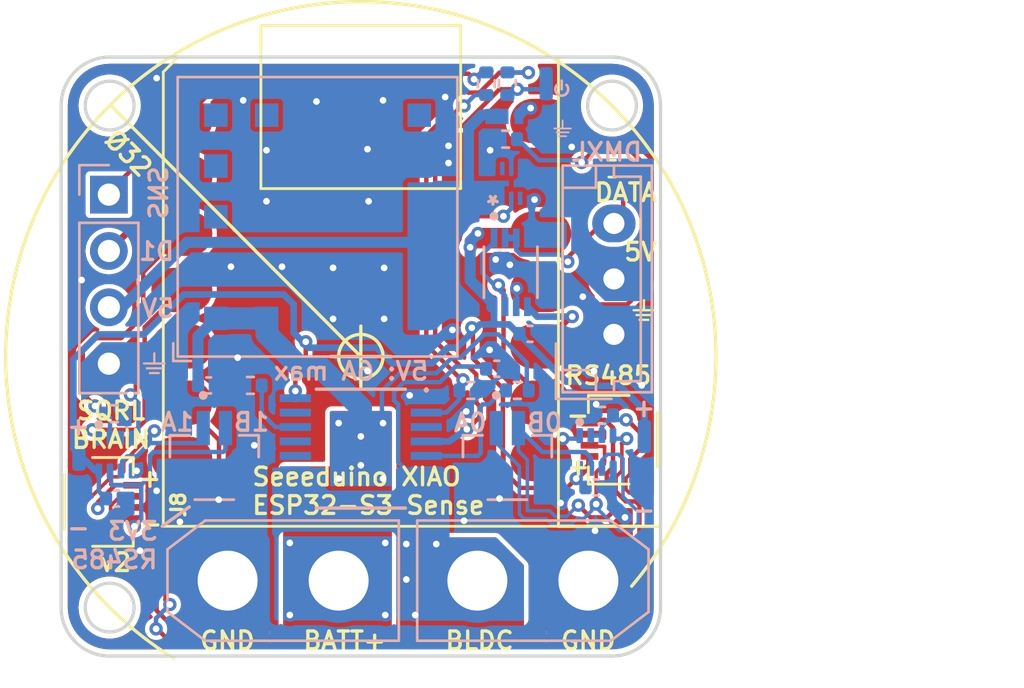
<source format=kicad_pcb>
(kicad_pcb (version 20221018) (generator pcbnew)
  (title_block (title "Squirrel Brain") (date "2024-01-02") (rev "1") (company "Christopher Xu"))
  (layers (0 "F.Cu" signal) (31 "B.Cu" signal) (34 "B.Paste" user) (35 "F.Paste" user) (36 "B.SilkS" user "B.Silkscreen") (37 "F.SilkS" user "F.Silkscreen") (38 "B.Mask" user) (39 "F.Mask" user) (44 "Edge.Cuts" user))
  (net 0 "")
  (net 1 "/UART1_DE")
  (net 2 "/UART1_TX")
  (net 3 "/UART1_RX")
  (net 4 "/UART0_DE")
  (net 5 "/UART0_TX")
  (net 6 "/UART0_RX")
  (net 7 "/UART2_DE")
  (net 8 "+3V3")
  (net 9 "GND")
  (net 10 "+5V")
  (net 11 "Net-(U2-SEL1)")
  (net 12 "Net-(U2-ILIM)")
  (net 14 "+BATT")
  (net 15 "/RS485_0A")
  (net 16 "/RS485_0B")
  (net 17 "/RS485_1A")
  (net 18 "/RS485_1B")
  (net 19 "/5V_ESP")
  (net 21 "/DMXL_DATA")
  (net 22 "/UART2_TX")
  (net 23 "/UART2_RX")
  (net 31 "/SNS")
  (net 32 "/MOTOR_ON")
  (net 33 "+5VP")
  (net 36 "/GPIO1")
  (net 37 "/SNS_IO")
  (net 38 "/MOTOR_ON_IO")
  (net 39 "/BLDC_PWR")
  (footprint "Resistor_SMD:R_0402_1005Metric" (layer "F.Cu") (at 61.32 41.530001 180)
    (fp_text reference "R4" hide)
    (fp_text value "10k")
  )
  (footprint "LOGO" (layer "F.Cu") (at 62.75 47.900001)
    (fp_text reference "G***" hide)
    (fp_text value "LOGO" hide)
  )
  (footprint "squirrelbrain:XIAO-ESP32S3-2.54-21X17.8MM" (layer "F.Cu") (at 50 36.5)
    (fp_text reference "U4" hide)
    (fp_text value "SEEEDUINO-XIAO-ESP32S3" hide)
  )
  (footprint "squirrelbrain:TE_2328702-4" (layer "F.Cu") (at 38.2 56.550001 -90)
    (fp_text reference "J8")
    (fp_text value "Conn_01x04")
  )
  (footprint "squirrelbrain:TE_2328702-4" (layer "F.Cu") (at 61.8 53.750001 90)
    (fp_text reference "J7" hide)
    (fp_text value "Conn_01x04")
  )
  (footprint "Resistor_SMD:R_0402_1005Metric" (layer "B.Cu") (at 55.65 37.700001 90)
    (fp_text reference "R8" hide)
    (fp_text value "10k")
  )
  (footprint "Resistor_SMD:R_0402_1005Metric" (layer "B.Cu") (at 56.6 37.700001 90)
    (fp_text reference "R9" hide)
    (fp_text value "1k")
  )
  (footprint "LOGO" (layer "B.Cu") (at 59.09 39.710001 180)
    (fp_text reference "G***" hide)
    (fp_text value "LOGO" hide)
  )
  (footprint "LOGO" (layer "B.Cu") (at 59.05 37.900001 180)
    (fp_text reference "G***" hide)
    (fp_text value "LOGO" hide)
  )
  (footprint "Capacitor_SMD:C_0402_1005Metric" (layer "B.Cu") (at 39 56.4)
    (fp_text reference "C5" hide)
    (fp_text value "100nF")
  )
  (footprint "Capacitor_SMD:C_0402_1005Metric" (layer "B.Cu") (at 56.125 50.55)
    (fp_text reference "C2" hide)
    (fp_text value "100nF")
  )
  (footprint "Connector_PinSocket_2.54mm:PinSocket_1x04_P2.54mm_Vertical" (layer "B.Cu") (at 38.65 42.7 180)
    (fp_text reference "J6" hide)
    (fp_text value "GPIO1")
  )
  (footprint "Resistor_SMD:R_0402_1005Metric" (layer "B.Cu") (at 60.85 52.650001)
    (fp_text reference "R5" hide)
    (fp_text value "10k")
  )
  (footprint "squirrelbrain:TPS22992S" (layer "B.Cu") (at 56.775001 42.195701)
    (fp_text reference "U3" hide)
    (fp_text value "TPS22992SRXNR")
  )
  (footprint "squirrelbrain:TestPoint_Pad_Rect" (layer "B.Cu") (at 37.3 54.400001 180)
    (fp_text reference "TP4" hide)
    (fp_text value "TestPoint")
  )
  (footprint "squirrelbrain:TestPoint_Pad_Rect" (layer "B.Cu") (at 62.775 55.850001 180)
    (fp_text reference "TP3" hide)
    (fp_text value "TestPoint")
  )
  (footprint "squirrelbrain:SN74LVC2G125DCU" (layer "B.Cu") (at 56.75 46.2 -90)
    (fp_text reference "U6" hide)
    (fp_text value "SN74LVC2G241DCUR")
  )
  (footprint "Resistor_SMD:R_0402_1005Metric" (layer "B.Cu") (at 54.95 51.525 180)
    (fp_text reference "R1" hide)
    (fp_text value "390R")
  )
  (footprint "squirrelbrain:JST_BM02B-SRSS-TB_LF__SN_" (layer "B.Cu") (at 56.6 55.75)
    (fp_text reference "J1" hide)
    (fp_text value "BM02B-SRSS-TB_LF__SN_")
  )
  (footprint "Resistor_SMD:R_0402_1005Metric" (layer "B.Cu") (at 38.9 52.575 180)
    (fp_text reference "R7" hide)
    (fp_text value "10k")
  )
  (footprint "squirrelbrain:AMASS_XT30U-F_1x02_P5.0mm_Vertical" (layer "B.Cu") (at 60.25 60.100001 180)
    (fp_text reference "J5" hide)
    (fp_text value "BLDC_PWR")
  )
  (footprint "squirrelbrain:JST_BM02B-SRSS-TB_LF__SN_" (layer "B.Cu") (at 43.4 55.75)
    (fp_text reference "J3" hide)
    (fp_text value "BM02B-SRSS-TB_LF__SN_")
  )
  (footprint "Resistor_SMD:R_0402_1005Metric" (layer "B.Cu") (at 57.05 51.525)
    (fp_text reference "R3" hide)
    (fp_text value "10k")
  )
  (footprint "squirrelbrain:THVD1420DRLR_SOT-585" (layer "B.Cu") (at 60.610052 54.300001 -90)
    (fp_text reference "U5" hide)
    (fp_text value "THVD1420DRLR")
  )
  (footprint "Capacitor_SMD:C_0402_1005Metric" (layer "B.Cu") (at 57.625 48.975)
    (fp_text reference "C3" hide)
    (fp_text value "100nF")
  )
  (footprint "LOGO" (layer "B.Cu") (at 40.7 50.300001 180)
    (fp_text reference "G***" hide)
    (fp_text value "LOGO" hide)
  )
  (footprint "Capacitor_SMD:C_0402_1005Metric" (layer "B.Cu") (at 43.145 51.3)
    (fp_text reference "C1" hide)
    (fp_text value "100nF")
  )
  (footprint "Capacitor_SMD:C_0402_1005Metric" (layer "B.Cu") (at 60.6 55.900001)
    (fp_text reference "C4" hide)
    (fp_text value "100nF")
  )
  (footprint "squirrelbrain:SDM2U30CSP-7" (layer "B.Cu") (at 56.45 39.175001 180)
    (fp_text reference "D1" hide)
    (fp_text value "SDM2U30CSP" hide)
  )
  (footprint "squirrelbrain:TestPoint_Pad_Rect" (layer "B.Cu") (at 37.3 56.650001 180)
    (fp_text reference "TP5" hide)
    (fp_text value "TestPoint")
  )
  (footprint "Resistor_SMD:R_0402_1005Metric" (layer "B.Cu") (at 56.525 40.200001)
    (fp_text reference "R6" hide)
    (fp_text value "10k")
  )
  (footprint "squirrelbrain:TPS1HB08" (layer "B.Cu") (at 50 54.15 180)
    (fp_text reference "U2" hide)
    (fp_text value "TPS1HB08BQPWPRQ1")
  )
  (footprint "squirrelbrain:THVD1420DRLR_SOT-585" (layer "B.Cu") (at 38.95 54.414999 -90)
    (fp_text reference "U7" hide)
    (fp_text value "THVD1420DRLR")
  )
  (footprint "Converter_DCDC:Converter_DCDC_RECOM_RPMx.x-x.0" (layer "B.Cu") (at 48.05 43.7)
    (fp_text reference "U1" hide)
    (fp_text value "RPM5.0-6.0")
  )
  (footprint "Connector_JST:JST_EH_B3B-EH-A_1x03_P2.50mm_Vertical" (layer "B.Cu") (at 61.4 49 90)
    (fp_text reference "J2" hide)
    (fp_text value "Conn_01x03")
  )
  (footprint "squirrelbrain:TestPoint_Pad_Rect" (layer "B.Cu") (at 58.35 37.700001 180)
    (fp_text reference "TP1" hide)
    (fp_text value "TestPoint")
  )
  (footprint "squirrelbrain:TestPoint_Pad_Rect" (layer "B.Cu") (at 58.35 40.050001 180)
    (fp_text reference "TP6" hide)
    (fp_text value "TestPoint")
  )
  (footprint "squirrelbrain:AMASS_XT30U-M_1x02_P5.0mm_Vertical" (layer "B.Cu") (at 44 60.100001)
    (fp_text reference "J4" hide)
    (fp_text value "BATT")
  )
  (footprint "squirrelbrain:TestPoint_Pad_Rect" (layer "B.Cu") (at 62.775 53.600001 180)
    (fp_text reference "TP2" hide)
    (fp_text value "TestPoint")
  )
  (footprint "Resistor_SMD:R_0402_1005Metric" (layer "B.Cu") (at 45.025 51.3)
    (fp_text reference "R2" hide)
    (fp_text value "10k")
  )
  (gr_line (start 41.05 57.650001) (end 42.275 56.775001) (stroke (width 0.15)) (layer "B.SilkS"))
  (gr_circle (center 50 50.000001) (end 51 50.000001) (stroke (width 0.15)) (fill none) (layer "F.SilkS"))
  (gr_line (start 38.725 38.675) (end 50 50.000001) (stroke (width 0.15)) (layer "F.SilkS"))
  (gr_arc (start 41.57464 63.600581) (mid 47.509308 34.196238) (end 62.2 60.35) (stroke (width 0.15)) (layer "F.SilkS"))
  (gr_line (start 48.6375 50.000001) (end 51.3625 50.000001) (stroke (width 0.15)) (layer "F.SilkS"))
  (gr_line (start 50 48.625) (end 50 51.35) (stroke (width 0.15)) (layer "F.SilkS"))
  (gr_line (start 58.9025 57.65) (end 63.525 57.65) (stroke (width 0.15)) (layer "F.SilkS"))
  (gr_line locked (start 63.5 61.313708) (end 63.5 38.686292) (stroke (width 0.15)) (layer "Edge.Cuts"))
  (gr_circle locked (center 61.313708 38.686292) (end 62.413708 38.686292) (stroke (width 0.15)) (fill none) (layer "Edge.Cuts"))
  (gr_arc locked (start 38.686292 63.5) (mid 37.140352 62.859648) (end 36.5 61.313708) (stroke (width 0.15)) (layer "Edge.Cuts"))
  (gr_arc locked (start 36.5 38.686292) (mid 37.140352 37.140352) (end 38.686292 36.5) (stroke (width 0.15)) (layer "Edge.Cuts"))
  (gr_line locked (start 61.313708 36.5) (end 38.686292 36.5) (stroke (width 0.15)) (layer "Edge.Cuts"))
  (gr_arc locked (start 63.5 61.313708) (mid 62.859648 62.859648) (end 61.313708 63.5) (stroke (width 0.15)) (layer "Edge.Cuts"))
  (gr_circle locked (center 38.686292 38.686292) (end 39.786292 38.686292) (stroke (width 0.15)) (fill none) (layer "Edge.Cuts"))
  (gr_line locked (start 38.686292 63.5) (end 61.313708 63.5) (stroke (width 0.15)) (layer "Edge.Cuts"))
  (gr_line locked (start 36.5 38.686292) (end 36.5 61.313708) (stroke (width 0.15)) (layer "Edge.Cuts"))
  (gr_arc locked (start 61.313708 36.5) (mid 62.859648 37.140352) (end 63.5 38.686292) (stroke (width 0.15)) (layer "Edge.Cuts"))
  (gr_circle locked (center 38.686292 61.313708) (end 39.786292 61.313708) (stroke (width 0.15)) (fill none) (layer "Edge.Cuts"))
  (gr_text "5V: 6A max" (at 53.125 51.125) (layer "B.SilkS") (effects (font (size 0.8 0.8)) (justify left bottom mirror)))
  (gr_text "DMXL" (at 62.75 41.250001) (layer "B.SilkS") (effects (font (size 0.8 0.8)) (justify left bottom mirror)))
  (gr_text "+" (at 37.875 53.600001) (layer "B.SilkS") (effects (font (size 0.8 0.8)) (justify left bottom mirror)))
  (gr_text "1B" (at 45.95 53.425) (layer "B.SilkS") (effects (font (size 0.8 0.8)) (justify left bottom mirror)))
  (gr_text "5V" (at 41.675 48.3) (layer "B.SilkS") (effects (font (size 0.8 0.8)) (justify left bottom mirror)))
  (gr_text "3V3\nRS485" (at 40.925 59.625001) (layer "B.SilkS") (effects (font (size 0.8 0.8)) (justify left bottom mirror)))
  (gr_text "-" (at 37.875 58.175001) (layer "B.SilkS") (effects (font (size 0.8 0.8)) (justify left bottom mirror)))
  (gr_text "-" (at 63.35 57.375001) (layer "B.SilkS") (effects (font (size 0.8 0.8)) (justify left bottom mirror)))
  (gr_text "+" (at 63.35 52.775001) (layer "B.SilkS") (effects (font (size 0.8 0.8)) (justify left bottom mirror)))
  (gr_text "SNS" (at 40.35 43.9 -90) (layer "B.SilkS") (effects (font (size 0.8 0.8)) (justify left bottom mirror)))
  (gr_text "D1" (at 41.675 45.725) (layer "B.SilkS") (effects (font (size 0.8 0.8)) (justify left bottom mirror)))
  (gr_text "0B" (at 59.15 53.45) (layer "B.SilkS") (effects (font (size 0.8 0.8)) (justify left bottom mirror)))
  (gr_text "0A" (at 55.75 53.45) (layer "B.SilkS") (effects (font (size 0.8 0.8)) (justify left bottom mirror)))
  (gr_text "1A" (at 42.55 53.425) (layer "B.SilkS") (effects (font (size 0.8 0.8)) (justify left bottom mirror)))
  (gr_text "GND" (at 42.675 63.275) (layer "F.SilkS") (effects (font (size 0.8 0.8)) (justify left bottom)))
  (gr_text "GND" (at 58.925 63.275) (layer "F.SilkS") (effects (font (size 0.8 0.8)) (justify left bottom)))
  (gr_text "+" (at 40.5 55.950001) (layer "F.SilkS") (effects (font (size 0.8 0.8)) (justify bottom)))
  (gr_text "+" (at 59.8 54.600001 180) (layer "F.SilkS") (effects (font (size 0.8 0.8)) (justify bottom)))
  (gr_text "5V" (at 61.775 45.75) (layer "F.SilkS") (effects (font (size 0.8 0.8)) (justify left bottom)))
  (gr_text "v2" (at 38.95 59.750001) (layer "F.SilkS") (effects (font (size 0.8 0.8)) (justify bottom)))
  (gr_text "Ø32" (at 39.2 41.175001 315) (layer "F.SilkS") (effects (font (size 0.8 0.8)) (justify bottom)))
  (gr_text "DATA" (at 60.45 43.075) (layer "F.SilkS") (effects (font (size 0.8 0.8)) (justify left bottom)))
  (gr_text "BATT+" (at 47.325 63.275) (layer "F.SilkS") (effects (font (size 0.8 0.8)) (justify left bottom)))
  (gr_text "SQRL\nBRAIN" (at 38.75 54.200001) (layer "F.SilkS") (effects (font (size 0.8 0.8)) (justify bottom)))
  (gr_text "Seeeduino XIAO\nESP32-S3 Sense" (at 45.025 57.175001) (layer "F.SilkS") (effects (font (size 0.8 0.8)) (justify left bottom)))
  (gr_text "BLDC" (at 53.725 63.275) (layer "F.SilkS") (effects (font (size 0.8 0.8)) (justify left bottom)))
  (gr_text "-" (at 59.775 52.275001 180) (layer "F.SilkS") (effects (font (size 0.8 0.8)) (justify bottom)))
  (gr_text "-" (at 40.55 58.000001) (layer "F.SilkS") (effects (font (size 0.8 0.8)) (justify bottom)))
  (gr_text "RS485" (at 61.15 51.325001) (layer "F.SilkS") (effects (font (size 0.8 0.8)) (justify bottom)))
  (segment (start 37.475 51.675) (end 37.475 49.768654) (width 0.2) (layer "F.Cu") (net 1))
  (segment (start 39.201814 49.17) (end 40.2 48.171814) (width 0.2) (layer "F.Cu") (net 1))
  (segment (start 40.2 46.1975) (end 41.9375 44.46) (width 0.2) (layer "F.Cu") (net 1))
  (segment (start 38.073654 49.17) (end 39.201814 49.17) (width 0.2) (layer "F.Cu") (net 1))
  (segment (start 40.2 48.171814) (end 40.2 46.1975) (width 0.2) (layer "F.Cu") (net 1))
  (segment (start 37.475 49.768654) (end 38.073654 49.17) (width 0.2) (layer "F.Cu") (net 1))
  (segment (start 38.025 52.225) (end 37.475 51.675) (width 0.2) (layer "F.Cu") (net 1))
  (via (at 38.025 52.225) (size 0.6) (drill 0.3) (layers "F.Cu" "B.Cu") (net 1))
  (segment (start 38.7 52.750001) (end 38.7 53.674999) (width 0.2) (layer "B.Cu") (net 1))
  (segment (start 39.2 53.674999) (end 38.7 53.674999) (width 0.2) (layer "B.Cu") (net 1))
  (segment (start 38.39 52.575) (end 38.524999 52.575) (width 0.2) (layer "B.Cu") (net 1))
  (segment (start 38.524999 52.575) (end 38.7 52.750001) (width 0.2) (layer "B.Cu") (net 1))
  (segment (start 39.8625 51.4875) (end 39.8625 51.049314) (width 0.2) (layer "F.Cu") (net 2))
  (segment (start 39.625 51.725) (end 39.8625 51.4875) (width 0.2) (layer "F.Cu") (net 2))
  (segment (start 40.2625 48.675) (end 41.9375 47) (width 0.2) (layer "F.Cu") (net 2))
  (segment (start 39.8625 51.049314) (end 40.2625 50.649314) (width 0.2) (layer "F.Cu") (net 2))
  (segment (start 40.2625 50.649314) (end 40.2625 48.675) (width 0.2) (layer "F.Cu") (net 2))
  (via (at 39.625 51.725) (size 0.6) (drill 0.3) (layers "F.Cu" "B.Cu") (net 2))
  (segment (start 39.98 53.394999) (end 39.7 53.674999) (width 0.2) (layer "B.Cu") (net 2))
  (segment (start 39.625 51.725) (end 39.98 52.08) (width 0.2) (layer "B.Cu") (net 2))
  (segment (start 39.7 53.674999) (end 39.775001 53.674999) (width 0.2) (layer "B.Cu") (net 2))
  (segment (start 39.98 52.08) (end 39.98 53.394999) (width 0.2) (layer "B.Cu") (net 2))
  (segment (start 37.9 53.300001) (end 39.874999 53.300001) (width 0.2) (layer "F.Cu") (net 3))
  (segment (start 40.2625 51.215) (end 41.9375 49.54) (width 0.2) (layer "F.Cu") (net 3))
  (segment (start 40.2625 52.9125) (end 40.2625 51.215) (width 0.2) (layer "F.Cu") (net 3))
  (segment (start 39.874999 53.300001) (end 40.2625 52.9125) (width 0.2) (layer "F.Cu") (net 3))
  (via (at 37.9 53.300001) (size 0.6) (drill 0.3) (layers "F.Cu" "B.Cu") (net 3))
  (segment (start 38.2 53.674999) (end 38.2 53.600001) (width 0.2) (layer "B.Cu") (net 3))
  (segment (start 38.2 53.600001) (end 37.9 53.300001) (width 0.2) (layer "B.Cu") (net 3))
  (segment (start 61.7 63.050001) (end 41.6 63.050001) (width 0.2) (layer "F.Cu") (net 4))
  (segment (start 62.575 53.425001) (end 62.575 54.175001) (width 0.2) (layer "F.Cu") (net 4))
  (segment (start 62.1 56.150001) (end 62.53593 56.150001) (width 0.16) (layer "F.Cu") (net 4))
  (segment (start 61.77 62.980001) (end 61.7 63.050001) (width 0.2) (layer "F.Cu") (net 4))
  (segment (start 43.6125 53.762501) (end 42.05 52.200001) (width 0.2) (layer "F.Cu") (net 4))
  (segment (start 62.12 55.300317) (end 61.940005 55.480312) (width 0.16) (layer "F.Cu") (net 4))
  (segment (start 41.2 60.976589) (end 41.2 57.064216) (width 0.2) (layer "F.Cu") (net 4))
  (segment (start 41.3995 61.176089) (end 41.2 60.976589) (width 0.2) (layer "F.Cu") (net 4))
  (segment (start 62 52.850001) (end 62.575 53.425001) (width 0.2) (layer "F.Cu") (net 4))
  (segment (start 62.930005 62.112097) (end 62.835338 62.276064) (width 0.16) (layer "F.Cu") (net 4))
  (segment (start 62.53593 56.150001) (end 62.930005 56.544076) (width 0.16) (layer "F.Cu") (net 4))
  (segment (start 40.82391 62.273911) (end 40.776089 62.273911) (width 0.2) (layer "F.Cu") (net 4))
  (segment (start 41.6 63.050001) (end 40.82391 62.273911) (width 0.2) (layer "F.Cu") (net 4))
  (segment (start 61.940005 55.480312) (end 61.940005 55.990006) (width 0.16) (layer "F.Cu") (net 4))
  (segment (start 61.95 52.850001) (end 62 52.850001) (width 0.2) (layer "F.Cu") (net 4))
  (segment (start 61.940005 55.990006) (end 62.1 56.150001) (width 0.16) (layer "F.Cu") (net 4))
  (segment (start 62.361401 62.750001) (end 62 62.750001) (width 0.16) (layer "F.Cu") (net 4))
  (segment (start 62.14 54.610001) (end 62.12 54.630001) (width 0.16) (layer "F.Cu") (net 4))
  (segment (start 62.12 54.630001) (end 62.12 55.300317) (width 0.16) (layer "F.Cu") (net 4))
  (segment (start 42.344216 55.92) (end 42.850978 55.92) (width 0.2) (layer "F.Cu") (net 4))
  (segment (start 62.930005 56.544076) (end 62.930005 62.112097) (width 0.16) (layer "F.Cu") (net 4))
  (segment (start 62 62.750001) (end 61.77 62.980001) (width 0.16) (layer "F.Cu") (net 4))
  (segment (start 43.6125 55.158478) (end 43.6125 53.762501) (width 0.2) (layer "F.Cu") (net 4))
  (segment (start 62.575 54.175001) (end 62.14 54.610001) (width 0.2) (layer "F.Cu") (net 4))
  (segment (start 62.835338 62.276064) (end 62.361401 62.750001) (width 0.16) (layer "F.Cu") (net 4))
  (segment (start 41.870001 52.08) (end 41.9375 52.08) (width 0.2) (layer "F.Cu") (net 4))
  (segment (start 42.850978 55.92) (end 43.6125 55.158478) (width 0.2) (layer "F.Cu") (net 4))
  (segment (start 41.2 57.064216) (end 42.344216 55.92) (width 0.2) (layer "F.Cu") (net 4))
  (via (at 40.776089 62.273911) (size 0.6) (drill 0.3) (layers "F.Cu" "B.Cu") (net 4))
  (via (at 61.95 52.850001) (size 0.6) (drill 0.3) (layers "F.Cu" "B.Cu") (net 4))
  (via (at 41.3995 61.176089) (size 0.6) (drill 0.3) (layers "F.Cu" "B.Cu") (net 4))
  (segment (start 60.360052 53.560001) (end 60.860052 53.560001) (width 0.2) (layer "B.Cu") (net 4))
  (segment (start 61.95 52.850001) (end 61.56 52.850001) (width 0.2) (layer "B.Cu") (net 4))
  (segment (start 40.776089 62.273911) (end 40.776089 61.7995) (width 0.2) (layer "B.Cu") (net 4))
  (segment (start 60.860052 53.149949) (end 61.36 52.650001) (width 0.2) (layer "B.Cu") (net 4))
  (segment (start 61.56 52.850001) (end 61.36 52.650001) (width 0.2) (layer "B.Cu") (net 4))
  (segment (start 40.776089 61.7995) (end 41.3995 61.176089) (width 0.2) (layer "B.Cu") (net 4))
  (segment (start 60.860052 53.560001) (end 60.860052 53.149949) (width 0.2) (layer "B.Cu") (net 4))
  (segment (start 61.48 56.074365) (end 61.48 55.431201) (width 0.2) (layer "F.Cu") (net 5))
  (segment (start 62.27 62.280001) (end 62.45 62.100001) (width 0.16) (layer "F.Cu") (net 5))
  (segment (start 40.8 61.45) (end 42.000001 62.650001) (width 0.2) (layer "F.Cu") (net 5))
  (segment (start 61.935636 56.530001) (end 61.48 56.074365) (width 0.2) (layer "F.Cu") (net 5))
  (segment (start 61.8 62.280001) (end 62.27 62.280001) (width 0.16) (layer "F.Cu") (net 5))
  (segment (start 61.571175 62.499996) (end 61.600005 62.499996) (width 0.2) (layer "F.Cu") (net 5))
  (segment (start 40.8 56.89853) (end 40.8 61.45) (width 0.2) (layer "F.Cu") (net 5))
  (segment (start 61.600005 62.499996) (end 61.8 62.300001) (width 0.2) (layer "F.Cu") (net 5))
  (segment (start 61.48 55.431201) (end 61.76 55.1512) (width 0.16) (layer "F.Cu") (net 5))
  (segment (start 62.45 61.750001) (end 62.55 61.650001) (width 0.2) (layer "F.Cu") (net 5))
  (segment (start 62.45 62.100001) (end 62.45 61.750001) (width 0.16) (layer "F.Cu") (net 5))
  (segment (start 61.76 53.915001) (end 61.975 53.700001) (width 0.2) (layer "F.Cu") (net 5))
  (segment (start 42.000001 62.650001) (end 61.42117 62.650001) (width 0.2) (layer "F.Cu") (net 5))
  (segment (start 62.55 56.701472) (end 62.378529 56.530001) (width 0.2) (layer "F.Cu") (net 5))
  (segment (start 41.9375 55.76103) (end 40.8 56.89853) (width 0.2) (layer "F.Cu") (net 5))
  (segment (start 41.9375 54.62) (end 41.9375 55.76103) (width 0.2) (layer "F.Cu") (net 5))
  (segment (start 62.378529 56.530001) (end 61.935636 56.530001) (width 0.2) (layer "F.Cu") (net 5))
  (segment (start 62.55 61.650001) (end 62.55 56.701472) (width 0.2) (layer "F.Cu") (net 5))
  (segment (start 61.42117 62.650001) (end 61.571175 62.499996) (width 0.2) (layer "F.Cu") (net 5))
  (segment (start 61.76 55.1512) (end 61.76 53.915001) (width 0.16) (layer "F.Cu") (net 5))
  (via (at 61.975 53.700001) (size 0.6) (drill 0.3) (layers "F.Cu" "B.Cu") (net 5))
  (segment (start 61.420051 53.700001) (end 61.360052 53.76) (width 0.2) (layer "B.Cu") (net 5))
  (segment (start 61.975 53.700001) (end 61.420051 53.700001) (width 0.2) (layer "B.Cu") (net 5))
  (segment (start 59.1 53.700001) (end 59.022499 53.700001) (width 0.2) (layer "F.Cu") (net 6))
  (segment (start 58.1025 54.62) (end 58.868714 54.62) (width 0.2) (layer "F.Cu") (net 6))
  (segment (start 59.15 53.750001) (end 59.1 53.700001) (width 0.2) (layer "F.Cu") (net 6))
  (segment (start 59.022499 53.700001) (end 58.1025 54.62) (width 0.2) (layer "F.Cu") (net 6))
  (segment (start 59.15 53.800001) (end 59.15 53.750001) (width 0.2) (layer "F.Cu") (net 6))
  (via (at 59.1 53.700001) (size 0.6) (drill 0.3) (layers "F.Cu" "B.Cu") (net 6))
  (segment (start 59.820051 53.800001) (end 59.860052 53.76) (width 0.2) (layer "B.Cu") (net 6))
  (segment (start 59.1 53.700001) (end 59.820051 53.700001) (width 0.2) (layer "B.Cu") (net 6))
  (segment (start 62.001346 47.65) (end 60.600001 47.65) (width 0.2) (layer "F.Cu") (net 7))
  (segment (start 58.1025 52.08) (end 58.1025 51.802501) (width 0.2) (layer "F.Cu") (net 7))
  (segment (start 62.14 40.710001) (end 63.1 41.670001) (width 0.2) (layer "F.Cu") (net 7))
  (segment (start 60.49 40.710001) (end 62.14 40.710001) (width 0.2) (layer "F.Cu") (net 7))
  (segment (start 63.1 41.670001) (end 63.1 46.551346) (width 0.2) (layer "F.Cu") (net 7))
  (segment (start 56.4275 50.127501) (end 56.4275 47.0025) (width 0.2) (layer "F.Cu") (net 7))
  (segment (start 56.4275 47.0025) (end 56.2 46.775) (width 0.2) (layer "F.Cu") (net 7))
  (segment (start 60.125 49.730978) (end 58.1025 51.753478) (width 0.2) (layer "F.Cu") (net 7))
  (segment (start 63.1 46.551346) (end 62.001346 47.65) (width 0.2) (layer "F.Cu") (net 7))
  (segment (start 58.1025 51.753478) (end 58.1025 52.08) (width 0.2) (layer "F.Cu") (net 7))
  (segment (start 58.1025 51.802501) (end 56.4275 50.127501) (width 0.2) (layer "F.Cu") (net 7))
  (segment (start 60.600001 47.65) (end 60.125 48.125001) (width 0.2) (layer "F.Cu") (net 7))
  (segment (start 59.95 41.250001) (end 60.49 40.710001) (width 0.2) (layer "F.Cu") (net 7))
  (segment (start 60.125 48.125001) (end 60.125 49.730978) (width 0.2) (layer "F.Cu") (net 7))
  (via (at 59.95 41.250001) (size 0.6) (drill 0.3) (layers "F.Cu" "B.Cu") (net 7))
  (via (at 56.2 46.775) (size 0.6) (drill 0.3) (layers "F.Cu" "B.Cu") (net 7))
  (segment (start 56 44.851472) (end 56 44.375) (width 0.2) (layer "B.Cu") (net 7))
  (segment (start 56.5 47.475) (end 56.5 47.256008) (width 0.2) (layer "B.Cu") (net 7))
  (segment (start 56.5 47.256008) (end 55.475 46.231008) (width 0.2) (layer "B.Cu") (net 7))
  (segment (start 59.85 41.150001) (end 58.025 41.150001) (width 0.2) (layer "B.Cu") (net 7))
  (segment (start 55.475 45.376472) (end 56 44.851472) (width 0.2) (layer "B.Cu") (net 7))
  (segment (start 59.95 41.250001) (end 59.85 41.150001) (width 0.2) (layer "B.Cu") (net 7))
  (segment (start 55.475 46.231008) (end 55.475 45.376472) (width 0.2) (layer "B.Cu") (net 7))
  (segment (start 57.075 40.200001) (end 57.035 40.200001) (width 0.2) (layer "B.Cu") (net 7))
  (segment (start 58.025 41.150001) (end 57.075 40.200001) (width 0.2) (layer "B.Cu") (net 7))
  (segment (start 60.3 54.500001) (end 60.3 54.900001) (width 0.3) (layer "F.Cu") (net 8))
  (segment (start 58.16 44.360001) (end 58.16 44.500001) (width 0.2) (layer "F.Cu") (net 8))
  (segment (start 55.125001 44.875) (end 57.6875 44.875) (width 0.5) (layer "F.Cu") (net 8))
  (segment (start 56.4275 54.450001) (end 56.4275 55.158478) (width 0.2) (layer "F.Cu") (net 8))
  (segment (start 56.4275 55.158478) (end 57.189022 55.92) (width 0.2) (layer "F.Cu") (net 8))
  (segment (start 47.05 50.65) (end 47.519254 50.180746) (width 0.2) (layer "F.Cu") (net 8))
  (segment (start 60.67 41.850001) (end 58.16 44.360001) (width 0.2) (layer "F.Cu") (net 8))
  (segment (start 38.15 56.575001) (end 38.15 56.850001) (width 0.2) (layer "F.Cu") (net 8))
  (segment (start 55.05 50.085785) (end 56.4 51.435785) (width 0.2) (layer "F.Cu") (net 8))
  (segment (start 38.925 55.800001) (end 38.15 56.575001) (width 0.2) (layer "F.Cu") (net 8))
  (segment (start 55.05 48.750001) (end 55.05 50.085785) (width 0.2) (layer "F.Cu") (net 8))
  (segment (start 56.4 54.450001) (end 56.4275 54.450001) (width 0.2) (layer "F.Cu") (net 8))
  (segment (start 57.6875 44.875) (end 58.1025 44.46) (width 0.5) (layer "F.Cu") (net 8))
  (segment (start 55 48.700001) (end 55.05 48.750001) (width 0.2) (layer "F.Cu") (net 8))
  (segment (start 39.7 55.800001) (end 38.925 55.800001) (width 0.2) (layer "F.Cu") (net 8))
  (segment (start 58.092501 44.450001) (end 58.1025 44.46) (width 0.5) (layer "F.Cu") (net 8))
  (segment (start 55.274999 44.450001) (end 58.092501 44.450001) (width 0.5) (layer "F.Cu") (net 8))
  (segment (start 56.4 51.435785) (end 56.4 54.450001) (width 0.2) (layer "F.Cu") (net 8))
  (segment (start 55 44.725) (end 55.274999 44.450001) (width 0.5) (layer "F.Cu") (net 8))
  (segment (start 47.519254 50.180746) (end 47.519254 49.330746) (width 0.2) (layer "F.Cu") (net 8))
  (segment (start 60.67 41.790001) (end 60.67 41.850001) (width 0.2) (layer "F.Cu") (net 8))
  (segment (start 57.189022 55.92) (end 59.280001 55.92) (width 0.2) (layer "F.Cu") (net 8))
  (segment (start 47.05 51.55) (end 47.05 50.65) (width 0.2) (layer "F.Cu") (net 8))
  (segment (start 60.3 54.900001) (end 59.7 55.500001) (width 0.3) (layer "F.Cu") (net 8))
  (segment (start 59.280001 55.92) (end 59.7 55.500001) (width 0.2) (layer "F.Cu") (net 8))
  (segment (start 54.925 45.075001) (end 55.125001 44.875) (width 0.5) (layer "F.Cu") (net 8))
  (via (at 55 48.700001) (size 0.6) (drill 0.3) (layers "F.Cu" "B.Cu") (net 8))
  (via (at 38.15 56.850001) (size 0.6) (drill 0.3) (layers "F.Cu" "B.Cu") (net 8))
  (via (at 47.519254 49.330746) (size 0.6) (drill 0.3) (layers "F.Cu" "B.Cu") (net 8))
  (via (at 59.7 55.500001) (size 0.6) (drill 0.3) (layers "F.Cu" "B.Cu") (net 8))
  (via (at 55.274999 44.450001) (size 0.6) (drill 0.3) (layers "F.Cu" "B.Cu") (net 8))
  (via (at 54.925 45.075001) (size 0.6) (drill 0.3) (layers "F.Cu" "B.Cu") (net 8))
  (via (at 47.05 51.55) (size 0.6) (drill 0.3) (layers "F.Cu" "B.Cu") (net 8))
  (segment (start 42.025 47.2) (end 40.225 49) (width 0.3) (layer "B.Cu") (net 8))
  (segment (start 54.925 46.560661) (end 54.925 44.8) (width 0.5) (layer "B.Cu") (net 8))
  (segment (start 56.677035 48.55) (end 55.875 48.55) (width 0.3) (layer "B.Cu") (net 8))
  (segment (start 46.525 47.2) (end 42.025 47.2) (width 0.3) (layer "B.Cu") (net 8))
  (segment (start 60.12 55.900001) (end 60.1 55.900001) (width 0.2) (layer "B.Cu") (net 8))
  (segment (start 62.775 52.425001) (end 62.775 53.700001) (width 0.3) (layer "B.Cu") (net 8))
  (segment (start 50.719239 49.6) (end 47.65 49.6) (width 0.3) (layer "B.Cu") (net 8))
  (segment (start 38.054999 55.154999) (end 38.2 55.154999) (width 0.3) (layer "B.Cu") (net 8))
  (segment (start 38.2 56.08) (end 38.2 55.154999) (width 0.2) (layer "B.Cu") (net 8))
  (segment (start 37.05 54.15) (end 38.054999 55.154999) (width 0.3) (layer "B.Cu") (net 8))
  (segment (start 53.913603 49.6) (end 53.213602 50.300001) (width 0.3) (layer "B.Cu") (net 8))
  (segment (start 53.213602 50.300001) (end 51.4 50.300001) (width 0.3) (layer "B.Cu") (net 8))
  (segment (start 37.05 50.122943) (end 37.05 54.15) (width 0.3) (layer "B.Cu") (net 8))
  (segment (start 56 48.425) (end 55.875 48.55) (width 0.3) (layer "B.Cu") (net 8))
  (segment (start 47.65 49.6) (end 46.975 48.925) (width 0.3) (layer "B.Cu") (net 8))
  (segment (start 38.172943 49) (end 37.05 50.122943) (width 0.3) (layer "B.Cu") (net 8))
  (segment (start 46.975 47.65) (end 46.525 47.2) (width 0.3) (layer "B.Cu") (net 8))
  (segment (start 51.3 50.200001) (end 51.3 50.180761) (width 0.3) (layer "B.Cu") (net 8))
  (segment (start 56 47.475) (end 56 48.425) (width 0.3) (layer "B.Cu") (net 8))
  (segment (start 40.225 49) (end 38.172943 49) (width 0.3) (layer "B.Cu") (net 8))
  (segment (start 59.860052 55.040001) (end 59.860052 55.339949) (width 0.2) (layer "B.Cu") (net 8))
  (segment (start 61.675 51.325001) (end 62.775 52.425001) (width 0.3) (layer "B.Cu") (net 8))
  (segment (start 54.313604 49.6) (end 53.913603 49.6) (width 0.3) (layer "B.Cu") (net 8))
  (segment (start 54.925 44.8) (end 55.274999 44.450001) (width 0.5) (layer "B.Cu") (net 8))
  (segment (start 38.52 56.4) (end 38.2 56.08) (width 0.2) (layer "B.Cu") (net 8))
  (segment (start 51.4 50.300001) (end 51.3 50.200001) (width 0.3) (layer "B.Cu") (net 8))
  (segment (start 59.8275 51.127501) (end 59.254536 51.127501) (width 0.3) (layer "B.Cu") (net 8))
  (segment (start 47.050052 51.550052) (end 47.05 51.55) (width 0.2) (layer "B.Cu") (net 8))
  (segment (start 59.860052 55.339949) (end 59.7 55.500001) (width 0.2) (layer "B.Cu") (net 8))
  (segment (start 60.025 51.325001) (end 61.675 51.325001) (width 0.3) (layer "B.Cu") (net 8))
  (segment (start 46.975 48.925) (end 46.975 47.65) (width 0.3) (layer "B.Cu") (net 8))
  (segment (start 55.9 47.535661) (end 54.925 46.560661) (width 0.5) (layer "B.Cu") (net 8))
  (segment (start 59.8275 51.127501) (end 60.025 51.325001) (width 0.3) (layer "B.Cu") (net 8))
  (segment (start 55.875 48.55) (end 55.363604 48.55) (width 0.3) (layer "B.Cu") (net 8))
  (segment (start 47.050052 51.875001) (end 47.050052 51.550052) (width 0.2) (layer "B.Cu") (net 8))
  (segment (start 55.363604 48.55) (end 54.313604 49.6) (width 0.3) (layer "B.Cu") (net 8))
  (segment (start 55.9 47.775001) (end 55.9 47.535661) (width 0.5) (layer "B.Cu") (net 8))
  (segment (start 60.1 55.900001) (end 59.7 55.500001) (width 0.2) (layer "B.Cu") (net 8))
  (segment (start 59.254536 51.127501) (end 56.677035 48.55) (width 0.3) (layer "B.Cu") (net 8))
  (segment (start 51.3 50.180761) (end 50.719239 49.6) (width 0.3) (layer "B.Cu") (net 8))
  (segment (start 58.1025 42.009962) (end 58.1025 41.92) (width 0.3) (layer "F.Cu") (net 9))
  (segment (start 40.199999 55.15) (end 39.9 55.15) (width 0.2) (layer "F.Cu") (net 9))
  (segment (start 60.2 52.150001) (end 60.6 52.150001) (width 0.16) (layer "F.Cu") (net 9))
  (segment (start 59.8 53.500001) (end 59.62 53.320001) (width 0.16) (layer "F.Cu") (net 9))
  (segment (start 59.62 52.730001) (end 60.2 52.150001) (width 0.16) (layer "F.Cu") (net 9))
  (segment (start 60.3 53.500001) (end 59.8 53.500001) (width 0.16) (layer "F.Cu") (net 9))
  (segment (start 40.8 56.050001) (end 40.8 55.750001) (width 0.2) (layer "F.Cu") (net 9))
  (segment (start 40.8 55.750001) (end 40.199999 55.15) (width 0.2) (layer "F.Cu") (net 9))
  (segment (start 57.825 42.925) (end 58.1025 42.009962) (width 0.3) (layer "F.Cu") (net 9))
  (segment (start 59.62 53.320001) (end 59.62 52.730001) (width 0.16) (layer "F.Cu") (net 9))
  (via (at 61.9 57.250001) (size 0.6) (drill 0.3) (layers "F.Cu" "B.Cu") (net 9))
  (via (at 37.425 46.55) (size 0.6) (drill 0.3) (layers "F.Cu" "B.Cu") (net 9))
  (via (at 46.45 45.95) (size 0.6) (drill 0.3) (layers "F.Cu" "B.Cu") (net 9))
  (via (at 40.8 56.050001) (size 0.6) (drill 0.3) (layers "F.Cu" "B.Cu") (net 9))
  (via (at 60 47.300001) (size 0.6) (drill 0.3) (layers "F.Cu" "B.Cu") (net 9))
  (via (at 52.2 51.750001) (size 0.6) (drill 0.3) (layers "F.Cu" "B.Cu") (net 9))
  (via (at 59.5 40.550001) (size 0.6) (drill 0.3) (layers "F.Cu" "B.Cu") (net 9))
  (via (at 55.825 40.700001) (size 0.6) (drill 0.3) (layers "F.Cu" "B.Cu") (net 9))
  (via (at 53.95 40.500001) (size 0.6) (drill 0.3) (layers "F.Cu" "B.Cu") (net 9))
  (via (at 41.85 57.450001) (size 0.6) (drill 0.3) (layers "F.Cu" "B.Cu") (net 9))
  (via (at 54.75 52.475001) (size 0.6) (drill 0.3) (layers "F.Cu" "B.Cu") (net 9))
  (via (at 50.3 50.650001) (size 0.6) (drill 0.3) (layers "F.Cu" "B.Cu") (net 9))
  (via (at 53.95 41.275) (size 0.6) (drill 0.3) (layers "F.Cu" "B.Cu") (net 9))
  (via (at 39.9 55.15) (size 0.6) (drill 0.3) (layers "F.Cu" "B.Cu") (net 9))
  (via (at 57.825 42.925) (size 0.6) (drill 0.3) (layers "F.Cu" "B.Cu") (net 9))
  (via (at 44.7 38.450001) (size 0.6) (drill 0.3) (layers "F.Cu" "B.Cu") (net 9))
  (via (at 45.75 43) (size 0.6) (drill 0.3) (layers "F.Cu" "B.Cu") (net 9))
  (via (at 54.65 57.400001) (size 0.6) (drill 0.3) (layers "F.Cu" "B.Cu") (net 9))
  (via (at 60.55 57.850001) (size 0.6) (drill 0.3) (layers "F.Cu" "B.Cu") (net 9))
  (via (at 56.25 56.400001) (size 0.6) (drill 0.3) (layers "F.Cu" "B.Cu") (net 9))
  (via (at 40.05 58.750001) (size 0.6) (drill 0.3) (layers "F.Cu" "B.Cu") (net 9))
  (via (at 51.05 48.3) (size 0.6) (drill 0.3) (layers "F.Cu" "B.Cu") (net 9))
  (via (at 59 56.600001) (size 0.6) (drill 0.3) (layers "F.Cu" "B.Cu") (net 9))
  (via (at 53.8 38.300001) (size 0.6) (drill 0.3) (layers "F.Cu" "B.Cu") (net 9))
  (via (at 60.6 52.150001) (size 0.6) (drill 0.3) (layers "F.Cu" "B.Cu") (net 9))
  (via (at 48.75 46) (size 0.6) (drill 0.3) (layers "F.Cu" "B.Cu") (net 9))
  (via (at 60.5 50.650001) (size 0.6) (drill 0.3) (layers "F.Cu" "B.Cu") (net 9))
  (via (at 43.6 56.450001) (size 0.6) (drill 0.3) (layers "F.Cu" "B.Cu") (net 9))
  (via (at 50.3 40.650001) (size 0.6) (drill 0.3) (layers "F.Cu" "B.Cu") (net 9))
  (via (at 56.7125 45.862501) (size 0.6) (drill 0.3) (layers "F.Cu" "B.Cu") (net 9))
  (via (at 51.05 46) (size 0.6) (drill 0.3) (layers "F.Cu" "B.Cu") (net 9))
  (via (at 54.125 48.800001) (size 0.6) (drill 0.3) (layers "F.Cu" "B.Cu") (net 9))
  (via (at 51 38.450001) (size 0.6) (drill 0.3) (layers "F.Cu" "B.Cu") (net 9))
  (via (at 50.35 43) (size 0.6) (drill 0.3) (layers "F.Cu" "B.Cu") (net 9))
  (via (at 44.45 50.05) (size 0.6) (drill 0.3) (layers "F.Cu" "B.Cu") (net 9))
  (via (at 62.65 51.300001) (size 0.6) (drill 0.3) (layers "F.Cu" "B.Cu") (net 9))
  (via (at 45.2 54) (size 0.6) (drill 0.3) (layers "F.Cu" "B.Cu") (net 9))
  (via (at 45.75 40.7) (size 0.6) (drill 0.3) (layers "F.Cu" "B.Cu") (net 9))
  (via (at 55.8 49.7) (size 0.6) (drill 0.3) (layers "F.Cu" "B.Cu") (net 9))
  (via (at 56.075 45.625001) (size 0.6) (drill 0.3) (layers "F.Cu" "B.Cu") (net 9))
  (via (at 48.75 48.3) (size 0.6) (drill 0.3) (layers "F.Cu" "B.Cu") (net 9))
  (via (at 44.15 45.95) (size 0.6) (drill 0.3) (layers "F.Cu" "B.Cu") (net 9))
  (via (at 40.8 37.450001) (size 0.6) (drill 0.3) (layers "F.Cu" "B.Cu") (net 9))
  (via (at 48 38.5) (size 0.6) (drill 0.3) (layers "F.Cu" "B.Cu") (net 9))
  (segment (start 58.155 49.025) (end 61.375 49.025) (width 0.3) (layer "B.Cu") (net 9))
  (segment (start 56.775001 41.525001) (end 56.775001 40.960002) (width 0.2) (layer "B.Cu") (net 9))
  (segment (start 56.974999 46.125) (end 57.369239 46.125) (width 0.3) (layer "B.Cu") (net 9))
  (segment (start 61.3 56.120001) (end 61.3 56.650001) (width 0.2) (layer "B.Cu") (net 9))
  (segment (start 56.015 40.200001) (end 56.015 40.510001) (width 0.2) (layer "B.Cu") (net 9))
  (segment (start 53.85 48.800001) (end 54.125 48.800001) (width 0.3) (layer "B.Cu") (net 9))
  (segment (start 55.825 40.700001) (end 56.515 40.700001) (width 0.2) (layer "B.Cu") (net 9))
  (segment (start 61.3 56.650001) (end 61.9 57.250001) (width 0.2) (layer "B.Cu") (net 9))
  (segment (start 54.125 48.800001) (end 54.15 48.800001) (width 0.3) (layer "B.Cu") (net 9))
  (segment (start 52.550001 49.800001) (end 52.85 49.800001) (width 0.3) (layer "B.Cu") (net 9))
  (segment (start 57.7 44.45) (end 57.7 43.05) (width 0.3) (layer "B.Cu") (net 9))
  (segment (start 54.8 56.425001) (end 54.8 55.75) (width 0.2) (layer "B.Cu") (net 9))
  (segment (start 57.44424 46.200001) (end 58.880762 46.200001) (width 0.3) (layer "B.Cu") (net 9))
  (segment (start 60.25 47.550001) (end 60.55 47.550001) (width 0.3) (layer "B.Cu") (net 9))
  (segment (start 58.880762 46.200001) (end 59.055761 46.375) (width 0.3) (layer "B.Cu") (net 9))
  (segment (start 56.515 40.700001) (end 56.775001 40.960002) (width 0.2) (layer "B.Cu") (net 9))
  (segment (start 56.7125 45.862501) (end 56.974999 46.125) (width 0.3) (layer "B.Cu") (net 9))
  (segment (start 60.34 52.650001) (end 60.34 52.410001) (width 0.2) (layer "B.Cu") (net 9))
  (segment (start 59.85 47.550001) (end 59.05 47.550001) (width 0.3) (layer "B.Cu") (net 9))
  (segment (start 56.015 40.510001) (end 55.825 40.700001) (width 0.2) (layer "B.Cu") (net 9))
  (segment (start 61.375 49.025) (end 61.4 49) (width 0.3) (layer "B.Cu") (net 9))
  (segment (start 52.2 51.750001) (end 52.949948 51.849948) (width 0.2) (layer "B.Cu") (net 9))
  (segment (start 60 47.300001) (end 59.85 47.550001) (width 0.3) (layer "B.Cu") (net 9))
  (segment (start 61.4 49) (end 61.4 48.400001) (width 0.3) (layer "B.Cu") (net 9))
  (segment (start 61.4 48.400001) (end 60.55 47.550001) (width 0.3) (layer "B.Cu") (net 9))
  (segment (start 60.25 60.100001) (end 59.775 59.625001) (width 0.2) (layer "B.Cu") (net 9))
  (segment (start 59.775 59.625001) (end 57.975 59.625001) (width 0.2) (layer "B.Cu") (net 9))
  (segment (start 56.605 50.525) (end 56.605 50.255) (width 0.2) (layer "B.Cu") (net 9))
  (segment (start 39.41 52.575) (end 39 52.165) (width 0.2) (layer "B.Cu") (net 9))
  (segment (start 57.5 44.65) (end 57.7 44.45) (width 0.3) (layer "B.Cu") (net 9))
  (segment (start 57.7 43.05) (end 57.825 42.925) (width 0.3) (layer "B.Cu") (net 9))
  (segment (start 51.05 48.3) (end 52.550001 49.800001) (width 0.3) (layer "B.Cu") (net 9))
  (segment (start 55.46 51.525) (end 55.605 51.525) (width 0.2) (layer "B.Cu") (net 9))
  (segment (start 39 50.77) (end 38.55 50.32) (width 0.2) (layer "B.Cu") (net 9))
  (segment (start 57.369239 46.125) (end 57.44424 46.200001) (width 0.3) (layer "B.Cu") (net 9))
  (segment (start 57.975 59.600001) (end 56.9375 58.562501) (width 0.2) (layer "B.Cu") (net 9))
  (segment (start 56.605 50.505) (end 55.8 49.7) (width 0.2) (layer "B.Cu") (net 9))
  (segment (start 56.9375 58.562501) (end 54.8 56.425001) (width 0.2) (layer "B.Cu") (net 9))
  (segment (start 43.625 51.3) (end 44.515 51.3) (width 0.5) (layer "B.Cu") (net 9))
  (segment (start 58.105 48.975) (end 58.155 49.025) (width 0.3) (layer "B.Cu") (net 9))
  (segment (start 59.374999 46.375) (end 60.55 47.550001) (width 0.3) (layer "B.Cu") (net 9))
  (segment (start 39.9 55.15) (end 39.7 55.15) (width 0.2) (layer "B.Cu") (net 9))
  (segment (start 56.605 50.55) (end 56.605 50.505) (width 0.2) (layer "B.Cu") (net 9))
  (segment (start 56.9375 58.562501) (end 56.9375 58.462501) (width 0.2) (layer "B.Cu") (net 9))
  (segment (start 61.08 55.900001) (end 61.3 56.120001) (width 0.2) (layer "B.Cu") (net 9))
  (segment (start 55.605 51.525) (end 56.605 50.525) (width 0.2) (layer "B.Cu") (net 9))
  (segment (start 52.85 49.800001) (end 53.85 48.800001) (width 0.3) (layer "B.Cu") (net 9))
  (segment (start 52.949948 51.849948) (end 52.949948 51.875001) (width 0.2) (layer "B.Cu") (net 9))
  (segment (start 60 47.300001) (end 60.25 47.550001) (width 0.3) (layer "B.Cu") (net 9))
  (segment (start 57.975 59.625001) (end 57.975 59.600001) (width 0.2) (layer "B.Cu") (net 9))
  (segment (start 59.055761 46.375) (end 59.374999 46.375) (width 0.3) (layer "B.Cu") (net 9))
  (segment (start 39 52.165) (end 39 50.77) (width 0.2) (layer "B.Cu") (net 9))
  (segment (start 39.7 55.15) (end 39.7 55.154999) (width 0.2) (layer "B.Cu") (net 9))
  (segment (start 60.34 52.410001) (end 60.6 52.150001) (width 0.2) (layer "B.Cu") (net 9))
  (segment (start 42.175 44.85) (end 52.579999 44.85) (width 0.5) (layer "B.Cu") (net 10))
  (segment (start 54.85 42.750001) (end 53.900001 43.7) (width 0.5) (layer "B.Cu") (net 10))
  (segment (start 52.579999 44.85) (end 52.63 44.900001) (width 0.5) (layer "B.Cu") (net 10))
  (segment (start 52.63 48.28) (end 52.63 43.7) (width 1) (layer "B.Cu") (net 10))
  (segment (start 54.85 39.702818) (end 54.85 42.750001) (width 0.5) (layer "B.Cu") (net 10))
  (segment (start 56.375002 42.725) (end 56.375002 42.19085) (width 0.2) (layer "B.Cu") (net 10))
  (segment (start 56.1325 39.1) (end 55.452818 39.1) (width 0.5) (layer "B.Cu") (net 10))
  (segment (start 56.1325 39.05) (end 56.1325 39.1) (width 0.5) (layer "B.Cu") (net 10))
  (segment (start 53.900001 43.7) (end 52.63 43.7) (width 0.5) (layer "B.Cu") (net 10))
  (segment (start 55.452818 39.1) (end 54.85 39.702818) (width 0.5) (layer "B.Cu") (net 10))
  (segment (start 38.65 47.78) (end 39.245 47.78) (width 0.5) (layer "B.Cu") (net 10))
  (segment (start 39.245 47.78) (end 42.175 44.85) (width 0.5) (layer "B.Cu") (net 10))
  (segment (start 45.535 52.561998) (end 46.148003 53.175001) (width 0.2) (layer "B.Cu") (net 11))
  (segment (start 46.148003 53.175001) (end 47.050052 53.175001) (width 0.2) (layer "B.Cu") (net 11))
  (segment (start 45.535 51.3) (end 45.535 52.561998) (width 0.2) (layer "B.Cu") (net 11))
  (segment (start 56.35 51.525) (end 56.35 51.570183) (width 0.2) (layer "B.Cu") (net 12))
  (segment (start 55.4 52.25) (end 55.4 54.350001) (width 0.2) (layer "B.Cu") (net 12))
  (segment (start 55.770183 52.15) (end 55.5 52.15) (width 0.2) (layer "B.Cu") (net 12))
  (segment (start 55.4 54.350001) (end 55.275003 54.474998) (width 0.2) (layer "B.Cu") (net 12))
  (segment (start 56.35 51.570183) (end 55.770183 52.15) (width 0.2) (layer "B.Cu") (net 12))
  (segment (start 55.5 52.15) (end 55.4 52.25) (width 0.2) (layer "B.Cu") (net 12))
  (segment (start 55.275003 54.474998) (end 52.949948 54.474998) (width 0.2) (layer "B.Cu") (net 12))
  (via (at 51 55.5) (size 0.6) (drill 0.3) (layers "F.Cu" "B.Cu") (net 14))
  (via (at 49 53) (size 0.6) (drill 0.3) (layers "F.Cu" "B.Cu") (net 14))
  (via (at 50 53.6) (size 0.6) (drill 0.3) (layers "F.Cu" "B.Cu") (net 14))
  (via (at 51.1 58.400001) (size 0.6) (drill 0.3) (layers "F.Cu" "B.Cu") (net 14))
  (via (at 46.8 58.400001) (size 0.6) (drill 0.3) (layers "F.Cu" "B.Cu") (net 14))
  (via (at 49 55.5) (size 0.6) (drill 0.3) (layers "F.Cu" "B.Cu") (net 14))
  (via (at 51 53) (size 0.6) (drill 0.3) (layers "F.Cu" "B.Cu") (net 14))
  (via (at 50 54.9) (size 0.6) (drill 0.3) (layers "F.Cu" "B.Cu") (net 14))
  (via (at 46.8 61.650001) (size 0.6) (drill 0.3) (layers "F.Cu" "B.Cu") (net 14))
  (via (at 51.1 61.650001) (size 0.6) (drill 0.3) (layers "F.Cu" "B.Cu") (net 14))
  (segment (start 45.76 48.28) (end 45.76 48.985) (width 1) (layer "B.Cu") (net 14))
  (segment (start 53.399998 50.750001) (end 51.749999 50.750001) (width 0.2) (layer "B.Cu") (net 14))
  (segment (start 55.55 49) (end 54.5 50.05) (width 0.2) (layer "B.Cu") (net 14))
  (segment (start 47.225 50.45) (end 48.15 50.45) (width 1) (layer "B.Cu") (net 14))
  (segment (start 54.099999 50.05) (end 53.399998 50.750001) (width 0.2) (layer "B.Cu") (net 14))
  (segment (start 43.47 48.28) (end 45.76 48.28) (width 1) (layer "B.Cu") (net 14))
  (segment (start 45.76 48.985) (end 47.225 50.45) (width 1) (layer "B.Cu") (net 14))
  (segment (start 54.5 50.05) (end 54.099999 50.05) (width 0.2) (layer "B.Cu") (net 14))
  (segment (start 57.56 51.525) (end 57.475 51.44) (width 0.2) (layer "B.Cu") (net 14))
  (segment (start 50.95 51.55) (end 50.95 52.95) (width 0.2) (layer "B.Cu") (net 14))
  (segment (start 56.198529 49) (end 55.55 49) (width 0.2) (layer "B.Cu") (net 14))
  (segment (start 42.665 51.3) (end 42.665 49.085) (width 0.5) (layer "B.Cu") (net 14))
  (segment (start 48.15 50.45) (end 50 52.3) (width 1) (layer "B.Cu") (net 14))
  (segment (start 57.475 51.44) (end 57.475 50.276471) (width 0.2) (layer "B.Cu") (net 14))
  (segment (start 50 52.3) (end 50 54.15) (width 1) (layer "B.Cu") (net 14))
  (segment (start 51.749999 50.750001) (end 50.95 51.55) (width 0.2) (layer "B.Cu") (net 14))
  (segment (start 50.95 52.95) (end 51 53) (width 0.2) (layer "B.Cu") (net 14))
  (segment (start 42.665 49.085) (end 43.47 48.28) (width 0.5) (layer "B.Cu") (net 14))
  (segment (start 57.475 50.276471) (end 56.198529 49) (width 0.2) (layer "B.Cu") (net 14))
  (segment (start 60.97 54.740002) (end 60.98 54.730001) (width 0.16) (layer "F.Cu") (net 15))
  (segment (start 60.6 56.650001) (end 60.6 55.208113) (width 0.16) (layer "F.Cu") (net 15))
  (segment (start 60.97 54.838113) (end 60.97 54.740002) (width 0.16) (layer "F.Cu") (net 15))
  (segment (start 60.98 54.050001) (end 60.4 54.050001) (width 0.16) (layer "F.Cu") (net 15))
  (segment (start 60.6 55.208113) (end 60.97 54.838113) (width 0.16) (layer "F.Cu") (net 15))
  (segment (start 60.4 54.050001) (end 60.35 54.000001) (width 0.16) (layer "F.Cu") (net 15))
  (segment (start 60.98 54.730001) (end 60.98 54.050001) (width 0.16) (layer "F.Cu") (net 15))
  (via (at 60.6 56.650001) (size 0.6) (drill 0.3) (layers "F.Cu" "B.Cu") (net 15))
  (segment (start 61.115077 54.405001) (end 61.605027 54.405001) (width 0.16) (layer "B.Cu") (net 15))
  (segment (start 57.14 54.94) (end 56.1 53.9) (width 0.16) (layer "B.Cu") (net 15))
  (segment (start 61.65 57.850001) (end 60.4 56.600001) (width 0.16) (layer "B.Cu") (net 15))
  (segment (start 56.1 53.9) (end 56.1 53.225) (width 0.16) (layer "B.Cu") (net 15))
  (segment (start 57.14 57.099117) (end 57.14 54.94) (width 0.16) (layer "B.Cu") (net 15))
  (segment (start 62.5 57.49853) (end 62.148529 57.850001) (width 0.16) (layer "B.Cu") (net 15))
  (segment (start 59.483031 57.560001) (end 58.602355 57.560001) (width 0.16) (layer "B.Cu") (net 15))
  (segment (start 57.350883 57.31) (end 57.14 57.099117) (width 0.16) (layer "B.Cu") (net 15))
  (segment (start 60.860052 55.040001) (end 60.860052 54.660026) (width 0.16) (layer "B.Cu") (net 15))
  (segment (start 61.810052 54.610026) (end 61.810052 56.350001) (width 0.16) (layer "B.Cu") (net 15))
  (segment (start 61.810052 56.350001) (end 61.829291 56.330763) (width 0.16) (layer "B.Cu") (net 15))
  (segment (start 61.829291 56.330763) (end 62.5 57.001472) (width 0.16) (layer "B.Cu") (net 15))
  (segment (start 58.352354 57.31) (end 57.350883 57.31) (width 0.16) (layer "B.Cu") (net 15))
  (segment (start 60.4 56.600001) (end 60.4 56.94853) (width 0.16) (layer "B.Cu") (net 15))
  (segment (start 62.5 57.001472) (end 62.5 57.49853) (width 0.16) (layer "B.Cu") (net 15))
  (segment (start 60.860052 54.660026) (end 61.115077 54.405001) (width 0.16) (layer "B.Cu") (net 15))
  (segment (start 62.148529 57.850001) (end 61.65 57.850001) (width 0.16) (layer "B.Cu") (net 15))
  (segment (start 60.4 56.94853) (end 60.048529 57.300001) (width 0.16) (layer "B.Cu") (net 15))
  (segment (start 61.605027 54.405001) (end 61.810052 54.610026) (width 0.16) (layer "B.Cu") (net 15))
  (segment (start 58.602355 57.560001) (end 58.352354 57.31) (width 0.16) (layer "B.Cu") (net 15))
  (segment (start 60.048529 57.300001) (end 59.743031 57.300001) (width 0.16) (layer "B.Cu") (net 15))
  (segment (start 59.743031 57.300001) (end 59.483031 57.560001) (width 0.16) (layer "B.Cu") (net 15))
  (segment (start 61.36 53.210001) (end 61 52.850001) (width 0.2) (layer "F.Cu") (net 16))
  (segment (start 61.3 57.050001) (end 61.3 56.460051) (width 0.2) (layer "F.Cu") (net 16))
  (segment (start 61.36 54.985515) (end 61.36 53.210001) (width 0.2) (layer "F.Cu") (net 16))
  (segment (start 61.08 56.240051) (end 61.08 55.265515) (width 0.2) (layer "F.Cu") (net 16))
  (segment (start 59.795279 56.69528) (end 59.795279 56.682067) (width 0.2) (layer "F.Cu") (net 16))
  (segment (start 61.3 57.050001) (end 61.1 57.250001) (width 0.2) (layer "F.Cu") (net 16))
  (segment (start 60.35 57.250001) (end 59.795279 56.69528) (width 0.2) (layer "F.Cu") (net 16))
  (segment (start 61 52.850001) (end 60.25 52.850001) (width 0.2) (layer "F.Cu") (net 16))
  (segment (start 61.3 56.460051) (end 61.08 56.240051) (width 0.2) (layer "F.Cu") (net 16))
  (segment (start 61.1 57.250001) (end 60.35 57.250001) (width 0.2) (layer "F.Cu") (net 16))
  (segment (start 61.08 55.265515) (end 61.36 54.985515) (width 0.2) (layer "F.Cu") (net 16))
  (via (at 59.8 56.700001) (size 0.6) (drill 0.3) (layers "F.Cu" "B.Cu") (net 16))
  (segment (start 58.50147 56.95) (end 57.5 56.95) (width 0.16) (layer "B.Cu") (net 16))
  (segment (start 58.751471 57.200001) (end 58.50147 56.95) (width 0.16) (layer "B.Cu") (net 16))
  (segment (start 57.5 56.95) (end 57.5 54.650001) (width 0.16) (layer "B.Cu") (net 16))
  (segment (start 59.795279 56.682067) (end 59.277345 57.200001) (width 0.16) (layer "B.Cu") (net 16))
  (segment (start 60.360052 54.560053) (end 60.1 54.300001) (width 0.2) (layer "B.Cu") (net 16))
  (segment (start 59.277345 57.200001) (end 58.751471 57.200001) (width 0.16) (layer "B.Cu") (net 16))
  (segment (start 60.1 54.300001) (end 58.175001 54.300001) (width 0.2) (layer "B.Cu") (net 16))
  (segment (start 58.175001 54.300001) (end 57.1 53.225) (width 0.2) (layer "B.Cu") (net 16))
  (segment (start 57.5 54.650001) (end 57.1 54.250001) (width 0.16) (layer "B.Cu") (net 16))
  (segment (start 60.360052 55.24) (end 60.360052 54.560053) (width 0.2) (layer "B.Cu") (net 16))
  (segment (start 57.1 54.250001) (end 57.1 53.225) (width 0.16) (layer "B.Cu") (net 16))
  (segment (start 38.73 56.720001) (end 39.15 56.300001) (width 0.16) (layer "F.Cu") (net 17))
  (segment (start 39.15 56.300001) (end 39.7 56.300001) (width 0.16) (layer "F.Cu") (net 17))
  (segment (start 37.57 57.120001) (end 37.88 57.430001) (width 0.16) (layer "F.Cu") (net 17))
  (segment (start 38.390244 57.430001) (end 38.73 57.090245) (width 0.16) (layer "F.Cu") (net 17))
  (segment (start 39.32 55.180001) (end 39.08 55.420001) (width 0.16) (layer "F.Cu") (net 17))
  (segment (start 37.57 56.609757) (end 37.57 57.120001) (width 0.16) (layer "F.Cu") (net 17))
  (segment (start 39.08 55.420001) (end 38.759756 55.420001) (width 0.16) (layer "F.Cu") (net 17))
  (segment (start 37.88 57.430001) (end 38.390244 57.430001) (width 0.16) (layer "F.Cu") (net 17))
  (segment (start 38.759756 55.420001) (end 37.57 56.609757) (width 0.16) (layer "F.Cu") (net 17))
  (segment (start 39.32 54.746638) (end 39.32 55.180001) (width 0.16) (layer "F.Cu") (net 17))
  (segment (start 40.7 53.350001) (end 39.32 54.746638) (width 0.16) (layer "F.Cu") (net 17))
  (segment (start 38.73 57.090245) (end 38.73 56.720001) (width 0.16) (layer "F.Cu") (net 17))
  (via (at 40.7 53.350001) (size 0.6) (drill 0.3) (layers "F.Cu" "B.Cu") (net 17))
  (segment (start 42.9 53.9) (end 42.9 53.225) (width 0.2) (layer "B.Cu") (net 17))
  (segment (start 40.7 53.350001) (end 40.5 53.550001) (width 0.2) (layer "B.Cu") (net 17))
  (segment (start 39.25 55.154999) (end 39.25 54.725024) (width 0.2) (layer "B.Cu") (net 17))
  (segment (start 39.475024 54.5) (end 39.9 54.5) (width 0.2) (layer "B.Cu") (net 17))
  (segment (start 40.5 53.550001) (end 40.5 53.9) (width 0.2) (layer "B.Cu") (net 17))
  (segment (start 39.25 54.725024) (end 39.475024 54.5) (width 0.2) (layer "B.Cu") (net 17))
  (segment (start 39.9 54.5) (end 40.5 53.9) (width 0.2) (layer "B.Cu") (net 17))
  (segment (start 40.5 53.9) (end 42.9 53.9) (width 0.2) (layer "B.Cu") (net 17))
  (segment (start 39.8 57.650001) (end 39.8 57.400001) (width 0.2) (layer "F.Cu") (net 18))
  (segment (start 39.8 57.400001) (end 39.75 57.350001) (width 0.2) (layer "F.Cu") (net 18))
  (via (at 39.8 57.650001) (size 0.6) (drill 0.3) (layers "F.Cu" "B.Cu") (net 18))
  (segment (start 38.75 55.154999) (end 38.75 55.75) (width 0.2) (layer "B.Cu") (net 18))
  (segment (start 43.9 54.2) (end 43.9 53.225) (width 0.2) (layer "B.Cu") (net 18))
  (segment (start 38.789999 55.789999) (end 40.10853 55.789999) (width 0.2) (layer "B.Cu") (net 18))
  (segment (start 43.8 54.3) (end 43.9 54.2) (width 0.2) (layer "B.Cu") (net 18))
  (segment (start 38.75 55.75) (end 38.789999 55.789999) (width 0.2) (layer "B.Cu") (net 18))
  (segment (start 40.5 54.465686) (end 40.665686 54.3) (width 0.2) (layer "B.Cu") (net 18))
  (segment (start 40.10853 55.789999) (end 40.10853 57.341471) (width 0.2) (layer "B.Cu") (net 18))
  (segment (start 40.10853 57.341471) (end 39.8 57.650001) (width 0.2) (layer "B.Cu") (net 18))
  (segment (start 40.10853 55.789999) (end 40.5 55.398529) (width 0.2) (layer "B.Cu") (net 18))
  (segment (start 40.5 55.398529) (end 40.5 54.465686) (width 0.2) (layer "B.Cu") (net 18))
  (segment (start 40.665686 54.3) (end 43.8 54.3) (width 0.2) (layer "B.Cu") (net 18))
  (via (at 57.65 38.8) (size 0.6) (drill 0.3) (layers "F.Cu" "B.Cu") (net 19))
  (segment (start 57.65 38.8) (end 57.4245 38.8) (width 0.5) (layer "B.Cu") (net 19))
  (segment (start 57.4245 38.8) (end 57.1245 39.1) (width 0.5) (layer "B.Cu") (net 19))
  (segment (start 61.75 41.540001) (end 61.82 41.610001) (width 0.2) (layer "F.Cu") (net 21))
  (segment (start 61.82 41.610001) (end 61.82 43.600001) (width 0.2) (layer "F.Cu") (net 21))
  (segment (start 60.850001 44) (end 61.4 44) (width 0.2) (layer "F.Cu") (net 21))
  (segment (start 59.325 45.725) (end 59.325 45.525001) (width 0.2) (layer "F.Cu") (net 21))
  (segment (start 61.82 43.600001) (end 61.46 43.960001) (width 0.2) (layer "F.Cu") (net 21))
  (segment (start 59.325 45.525001) (end 60.850001 44) (width 0.2) (layer "F.Cu") (net 21))
  (via (at 59.325 45.725) (size 0.6) (drill 0.3) (layers "F.Cu" "B.Cu") (net 21))
  (segment (start 56.5 44.65) (end 57 44.65) (width 0.3) (layer "B.Cu") (net 21))
  (segment (start 57 45.200001) (end 57.2 45.400001) (width 0.2) (layer "B.Cu") (net 21))
  (segment (start 57.2 45.400001) (end 59.000001 45.400001) (width 0.2) (layer "B.Cu") (net 21))
  (segment (start 57 44.875) (end 57 45.200001) (width 0.2) (layer "B.Cu") (net 21))
  (segment (start 59.000001 45.400001) (end 59.325 45.725) (width 0.2) (layer "B.Cu") (net 21))
  (segment (start 59.525 48.2) (end 59.4425 48.2) (width 0.3) (layer "F.Cu") (net 22))
  (segment (start 59.4425 48.2) (end 58.1025 49.54) (width 0.3) (layer "F.Cu") (net 22))
  (via (at 59.525 48.2) (size 0.6) (drill 0.3) (layers "F.Cu" "B.Cu") (net 22))
  (segment (start 57.95 48.2) (end 59.525 48.2) (width 0.3) (layer "B.Cu") (net 22))
  (segment (start 57.5 47.75) (end 57.95 48.2) (width 0.3) (layer "B.Cu") (net 22))
  (segment (start 57.5 47.475) (end 57.5 47.75) (width 0.3) (layer "B.Cu") (net 22))
  (via (at 57.025 46.925001) (size 0.6) (drill 0.3) (layers "F.Cu" "B.Cu") (net 23))
  (segment (start 57.025 46.925001) (end 57.025 47.725) (width 0.2) (layer "B.Cu") (net 23))
  (segment (start 57.025 47.725) (end 57 47.75) (width 0.2) (layer "B.Cu") (net 23))
  (segment (start 52.95 49.465686) (end 54.534314 51.05) (width 0.2) (layer "F.Cu") (net 31))
  (segment (start 54.534314 51.05) (end 54.6 51.05) (width 0.2) (layer "F.Cu") (net 31))
  (segment (start 53.784314 39.200001) (end 52.95 40.034315) (width 0.2) (layer "F.Cu") (net 31))
  (segment (start 54.65 38.700001) (end 54.548529 38.700001) (width 0.2) (layer "F.Cu") (net 31))
  (segment (start 54.048529 39.200001) (end 53.784314 39.200001) (width 0.2) (layer "F.Cu") (net 31))
  (segment (start 52.95 40.034315) (end 52.95 49.465686) (width 0.2) (layer "F.Cu") (net 31))
  (segment (start 54.548529 38.700001) (end 54.048529 39.200001) (width 0.2) (layer "F.Cu") (net 31))
  (via (at 54.6 51.05) (size 0.6) (drill 0.3) (layers "F.Cu" "B.Cu") (net 31))
  (via (at 54.65 38.700001) (size 0.6) (drill 0.3) (layers "F.Cu" "B.Cu") (net 31))
  (segment (start 54.44 51.525) (end 54.44 51.21) (width 0.2) (layer "B.Cu") (net 31))
  (segment (start 54.44 51.525) (end 54.44 51.936996) (width 0.2) (layer "B.Cu") (net 31))
  (segment (start 55.14 38.210001) (end 55.85 38.210001) (width 0.2) (layer "B.Cu") (net 31))
  (segment (start 53.851997 52.524999) (end 52.949948 52.524999) (width 0.2) (layer "B.Cu") (net 31))
  (segment (start 54.44 51.21) (end 54.6 51.05) (width 0.2) (layer "B.Cu") (net 31))
  (segment (start 54.44 51.936996) (end 53.851997 52.524999) (width 0.2) (layer "B.Cu") (net 31))
  (segment (start 54.65 38.700001) (end 55.14 38.210001) (width 0.2) (layer "B.Cu") (net 31))
  (segment (start 55.2 50.801471) (end 54.848529 50.45) (width 0.2) (layer "F.Cu") (net 32))
  (segment (start 53.95 39.600001) (end 53.35 40.200001) (width 0.2) (layer "F.Cu") (net 32))
  (segment (start 54.848529 50.45) (end 54.5 50.45) (width 0.2) (layer "F.Cu") (net 32))
  (segment (start 54.598529 39.600001) (end 53.95 39.600001) (width 0.2) (layer "F.Cu") (net 32))
  (segment (start 55.2 52.076472) (end 55.2 50.801471) (width 0.2) (layer "F.Cu") (net 32))
  (segment (start 53.35 40.200001) (end 53.35 43.700001) (width 0.2) (layer "F.Cu") (net 32))
  (segment (start 53.35 49.3) (end 53.35 43.700001) (width 0.2) (layer "F.Cu") (net 32))
  (segment (start 54.775 53.275001) (end 54.8 53.275001) (width 0.2) (layer "F.Cu") (net 32))
  (segment (start 54.8 53.275001) (end 55.35 52.725001) (width 0.2) (layer "F.Cu") (net 32))
  (segment (start 55.35 52.725001) (end 55.35 52.226472) (width 0.2) (layer "F.Cu") (net 32))
  (segment (start 55.35 52.226472) (end 55.2 52.076472) (width 0.2) (layer "F.Cu") (net 32))
  (segment (start 53.375 43.675001) (end 53.35 43.700001) (width 0.2) (layer "F.Cu") (net 32))
  (segment (start 57.05 37.950001) (end 56.248529 37.950001) (width 0.2) (layer "F.Cu") (net 32))
  (segment (start 56.248529 37.950001) (end 54.598529 39.600001) (width 0.2) (layer "F.Cu") (net 32))
  (segment (start 56.425 43.675001) (end 53.375 43.675001) (width 0.2) (layer "F.Cu") (net 32))
  (segment (start 54.5 50.45) (end 53.35 49.3) (width 0.2) (layer "F.Cu") (net 32))
  (via (at 56.425 43.675001) (size 0.6) (drill 0.3) (layers "F.Cu" "B.Cu") (net 32))
  (via (at 54.775 53.275001) (size 0.6) (drill 0.3) (layers "F.Cu" "B.Cu") (net 32))
  (via (at 57.05 37.950001) (size 0.6) (drill 0.3) (layers "F.Cu" "B.Cu") (net 32))
  (segment (start 54.775 53.275001) (end 53.975002 53.824999) (width 0.3) (layer "B.Cu") (net 32))
  (segment (start 56.775001 43.325) (end 56.775001 42.725) (width 0.2) (layer "B.Cu") (net 32))
  (segment (start 58.1 37.950001) (end 57.05 37.950001) (width 0.2) (layer "B.Cu") (net 32))
  (segment (start 53.975002 53.824999) (end 52.949948 53.824999) (width 0.3) (layer "B.Cu") (net 32))
  (segment (start 58.35 37.700001) (end 58.1 37.950001) (width 0.2) (layer "B.Cu") (net 32))
  (segment (start 56.425 43.675001) (end 56.775001 43.325) (width 0.2) (layer "B.Cu") (net 32))
  (segment (start 41.9375 41.9525) (end 41.9375 41.92) (width 0.2) (layer "F.Cu") (net 36))
  (segment (start 41.9375 41.92) (end 40.955 41.92) (width 0.3) (layer "F.Cu") (net 36))
  (segment (start 38.65 45.24) (end 41.9375 41.9525) (width 0.3) (layer "F.Cu") (net 36))
  (segment (start 40.168399 41.081601) (end 38.55 42.7) (width 0.2) (layer "F.Cu") (net 37))
  (segment (start 41.854021 37.250001) (end 40.168399 38.935623) (width 0.2) (layer "F.Cu") (net 37))
  (segment (start 55.1 37.500001) (end 54.85 37.250001) (width 0.2) (layer "F.Cu") (net 37))
  (segment (start 40.168399 38.935623) (end 40.168399 41.081601) (width 0.2) (layer "F.Cu") (net 37))
  (segment (start 54.85 37.250001) (end 41.854021 37.250001) (width 0.2) (layer "F.Cu") (net 37))
  (via (at 55.1 37.500001) (size 0.6) (drill 0.3) (layers "F.Cu" "B.Cu") (net 37))
  (segment (start 55.879817 37.125) (end 55.89 37.125) (width 0.2) (layer "B.Cu") (net 37))
  (segment (start 55.41 37.190001) (end 55.1 37.500001) (width 0.2) (layer "B.Cu") (net 37))
  (segment (start 55.65 37.190001) (end 55.41 37.190001) (width 0.2) (layer "B.Cu") (net 37))
  (segment (start 56.248529 37.200001) (end 55.348529 38.100001) (width 0.2) (layer "F.Cu") (net 38))
  (segment (start 57.55 37.200001) (end 56.248529 37.200001) (width 0.2) (layer "F.Cu") (net 38))
  (segment (start 54.4 37.650001) (end 43.667499 37.650001) (width 0.2) (layer "F.Cu") (net 38))
  (segment (start 54.85 38.100001) (end 54.4 37.650001) (width 0.2) (layer "F.Cu") (net 38))
  (segment (start 42.2075 39.65) (end 41.9375 39.38) (width 0.2) (layer "F.Cu") (net 38))
  (segment (start 43.667499 37.650001) (end 41.9375 39.38) (width 0.2) (layer "F.Cu") (net 38))
  (segment (start 55.348529 38.100001) (end 54.85 38.100001) (width 0.2) (layer "F.Cu") (net 38))
  (via (at 57.55 37.200001) (size 0.6) (drill 0.3) (layers "F.Cu" "B.Cu") (net 38))
  (segment (start 56.6 37.190001) (end 57.54 37.190001) (width 0.2) (layer "B.Cu") (net 38))
  (segment (start 57.54 37.190001) (end 57.55 37.200001) (width 0.2) (layer "B.Cu") (net 38))
  (via (at 52.05 58.450001) (size 0.6) (drill 0.3) (layers "F.Cu" "B.Cu") (net 39))
  (via (at 53.4 58.450001) (size 0.6) (drill 0.3) (layers "F.Cu" "B.Cu") (net 39))
  (via (at 52.45 61.650001) (size 0.6) (drill 0.3) (layers "F.Cu" "B.Cu") (net 39))
  (via (at 52.05 60.050001) (size 0.6) (drill 0.3) (layers "F.Cu" "B.Cu") (net 39))
  (segment (start 54.265685 50.45) (end 53.565684 51.150001) (width 0.2) (layer "B.Cu") (net 39))
  (segment (start 52.047899 55.124999) (end 52.949948 55.124999) (width 0.2) (layer "B.Cu") (net 39))
  (segment (start 51.6843 52.1609) (end 51.6843 54.7614) (width 0.2) (layer "B.Cu") (net 39))
  (segment (start 51.5 51.6) (end 51.5 51.9766) (width 0.2) (layer "B.Cu") (net 39))
  (segment (start 51.5 51.9766) (end 51.6843 52.1609) (width 0.2) (layer "B.Cu") (net 39))
  (segment (start 51.6843 54.7614) (end 52.047899 55.124999) (width 0.2) (layer "B.Cu") (net 39))
  (segment (start 55.645 50.525) (end 55.57 50.45) (width 0.2) (layer "B.Cu") (net 39))
  (segment (start 51.949999 51.150001) (end 51.5 51.6) (width 0.2) (layer "B.Cu") (net 39))
  (segment (start 53.565684 51.150001) (end 51.949999 51.150001) (width 0.2) (layer "B.Cu") (net 39))
  (segment (start 55.57 50.45) (end 54.265685 50.45) (width 0.2) (layer "B.Cu") (net 39))
  (zone (net 39) (net_name "/BLDC_PWR") (layer "F.Cu") (priority 5) (connect_pads yes (clearance 0.2)) (min_thickness 0.16) (fill yes (thermal_gap 0.5) (thermal_bridge_width 0.5))
    (polygon (pts (xy 57.35 59.400001) (xy 56.1 58.150001) (xy 51.6 58.150001) (xy 51.6 63.500001) (xy 57.35 63.500001)))
  )
  (zone (net 14) (net_name "+BATT") (layer "F.Cu") (priority 1) (connect_pads yes (clearance 0.16)) (min_thickness 0.16) (fill yes (thermal_gap 0.5) (thermal_bridge_width 0.5))
    (polygon (pts (xy 46.5 63.5) (xy 46.5 54.95) (xy 48.6 54.95) (xy 48.6 52.45) (xy 51.4 52.45) (xy 51.4 63.5)))
  )
  (zone (net 9) (net_name "GND") (layers "F&B.Cu") (connect_pads yes (clearance 0.2)) (min_thickness 0.16) (fill yes (thermal_gap 0.5) (thermal_bridge_width 0.5) (island_removal_mode 2) (island_area_min 4))
    (polygon (pts (xy 36.5 36.5) (xy 63.5 36.5) (xy 63.5 63.5) (xy 36.5 63.5)))
  )
  (zone (net 14) (net_name "+BATT") (layer "B.Cu") (priority 4) (connect_pads yes (clearance 0.2)) (min_thickness 0.16) (fill yes (thermal_gap 0.5) (thermal_bridge_width 0.5))
    (polygon (pts (xy 51.4 58.100001) (xy 46.5 58.100001) (xy 46.5 63.500001) (xy 51.4 63.500001)))
  )
  (zone (net 10) (net_name "+5V") (layer "B.Cu") (priority 2) (connect_pads yes (clearance 0.2)) (min_thickness 0.16) (fill yes (thermal_gap 0.5) (thermal_bridge_width 0.5))
    (polygon (pts (xy 52.1 48.8) (xy 55.35 48.8) (xy 55.35 43.625) (xy 56.475 43.625) (xy 56.475 42.075) (xy 52.1 42.075)))
  )
  (zone (net 33) (net_name "+5VP") (layer "B.Cu") (priority 3) (connect_pads yes (clearance 0.2)) (min_thickness 0.16) (fill yes (thermal_gap 0.5) (thermal_bridge_width 0.5))
    (polygon (pts (xy 56.855936 43.725223) (xy 56.825 41.075) (xy 63.45 41.075) (xy 63.5 47.5) (xy 59.475 47.5) (xy 59.475 43.725)))
  )
  (zone (net 9) (net_name "GND") (layer "B.Cu") (priority 6) (connect_pads yes (clearance 0.2)) (min_thickness 0.16) (fill yes (thermal_gap 0.5) (thermal_bridge_width 0.5))
    (polygon (pts (xy 58.35 62.125001) (xy 45.9 62.100001) (xy 45.9 63.500001) (xy 58.35 63.500001) (xy 58.35 62.225001)))
  )
  (zone (net 39) (net_name "/BLDC_PWR") (layer "B.Cu") (priority 1) (connect_pads yes (clearance 0.16)) (min_thickness 0.16) (fill yes (thermal_gap 0.5) (thermal_bridge_width 0.5))
    (polygon (pts (xy 57.35 63.5) (xy 57.35 58.15) (xy 54 58.15) (xy 54 55) (xy 46 55) (xy 46 63.5)))
  )
)
</source>
